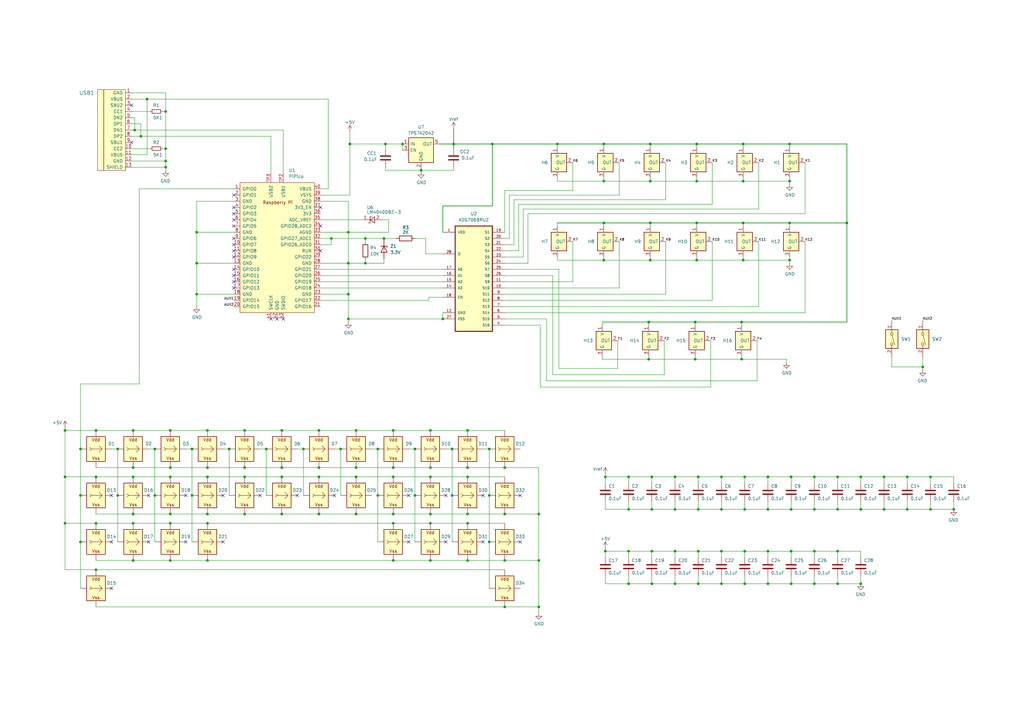
<source format=kicad_sch>
(kicad_sch (version 20250114) (generator "eeschema") (generator_version "9.0")
  (paper "A3")
  (junction (at 334.01 226.06))
  (junction (at 304.8 59.055))
  (junction (at 69.85 229.87))
  (junction (at 100.33 191.77))
  (junction (at 176.53 214.63))
  (junction (at 304.8 106.68))
  (junction (at 149.86 107.95))
  (junction (at 191.77 195.58))
  (junction (at 266.065 132.08))
  (junction (at 161.29 176.53))
  (junction (at 57.785 55.88))
  (junction (at 266.7 59.055))
  (junction (at 176.53 191.77))
  (junction (at 304.165 147.32))
  (junction (at 85.09 191.77))
  (junction (at 100.33 195.58))
  (junction (at 149.86 97.79))
  (junction (at 362.585 208.915))
  (junction (at 353.06 239.395))
  (junction (at 323.85 91.44))
  (junction (at 142.875 120.65))
  (junction (at 267.335 195.58))
  (junction (at 191.77 229.87))
  (junction (at 305.435 208.915))
  (junction (at 220.98 210.82))
  (junction (at 191.77 210.82))
  (junction (at 247.65 59.055))
  (junction (at 39.37 214.63))
  (junction (at 80.645 107.95))
  (junction (at 54.61 210.82))
  (junction (at 170.18 184.15))
  (junction (at 69.85 195.58))
  (junction (at 176.53 195.58))
  (junction (at 267.335 208.915))
  (junction (at 54.61 229.87))
  (junction (at 130.81 195.58))
  (junction (at 143.51 59.055))
  (junction (at 295.91 208.915))
  (junction (at 80.645 95.25))
  (junction (at 130.81 176.53))
  (junction (at 135.89 97.79))
  (junction (at 285.115 147.32))
  (junction (at 304.165 132.08))
  (junction (at 191.77 214.63))
  (junction (at 353.06 208.915))
  (junction (at 323.85 74.295))
  (junction (at 115.57 191.77))
  (junction (at 63.5 184.15))
  (junction (at 324.485 195.58))
  (junction (at 314.96 226.06))
  (junction (at 80.645 120.65))
  (junction (at 343.535 226.06))
  (junction (at 85.09 214.63))
  (junction (at 63.5 203.2))
  (junction (at 100.33 176.53))
  (junction (at 295.91 226.06))
  (junction (at 33.02 184.15))
  (junction (at 323.85 59.055))
  (junction (at 69.85 214.63))
  (junction (at 267.335 226.06))
  (junction (at 285.115 132.08))
  (junction (at 343.535 239.395))
  (junction (at 154.94 203.2))
  (junction (at 185.42 203.2))
  (junction (at 146.05 195.58))
  (junction (at 305.435 195.58))
  (junction (at 200.66 222.25))
  (junction (at 334.01 208.915))
  (junction (at 85.09 229.87))
  (junction (at 165.1 59.055))
  (junction (at 257.81 195.58))
  (junction (at 286.385 226.06))
  (junction (at 60.325 40.64))
  (junction (at 69.85 191.77))
  (junction (at 286.385 208.915))
  (junction (at 220.98 248.92))
  (junction (at 324.485 239.395))
  (junction (at 305.435 226.06))
  (junction (at 247.65 106.68))
  (junction (at 186.055 59.055))
  (junction (at 67.945 66.04))
  (junction (at 247.65 74.295))
  (junction (at 48.26 203.2))
  (junction (at 200.66 184.15))
  (junction (at 378.46 150.495))
  (junction (at 362.585 195.58))
  (junction (at 176.53 176.53))
  (junction (at 285.75 106.68))
  (junction (at 285.75 74.295))
  (junction (at 372.11 195.58))
  (junction (at 115.57 176.53))
  (junction (at 48.26 184.15))
  (junction (at 191.77 191.77))
  (junction (at 257.81 208.915))
  (junction (at 304.8 91.44))
  (junction (at 266.7 106.68))
  (junction (at 67.945 68.58))
  (junction (at 176.53 210.82))
  (junction (at 314.96 195.58))
  (junction (at 286.385 195.58))
  (junction (at 39.37 195.58))
  (junction (at 276.86 239.395))
  (junction (at 85.09 195.58))
  (junction (at 146.05 176.53))
  (junction (at 257.81 239.395))
  (junction (at 130.81 210.82))
  (junction (at 158.115 59.055))
  (junction (at 391.16 208.915))
  (junction (at 26.67 176.53))
  (junction (at 161.29 214.63))
  (junction (at 109.22 184.15))
  (junction (at 139.7 184.15))
  (junction (at 200.66 203.2))
  (junction (at 347.345 91.44))
  (junction (at 33.02 203.2))
  (junction (at 207.01 229.87))
  (junction (at 78.74 203.2))
  (junction (at 248.285 195.58))
  (junction (at 314.96 239.395))
  (junction (at 276.86 195.58))
  (junction (at 170.18 203.2))
  (junction (at 157.48 97.79))
  (junction (at 220.98 229.87))
  (junction (at 228.6 59.055))
  (junction (at 257.81 226.06))
  (junction (at 176.53 229.87))
  (junction (at 267.335 239.395))
  (junction (at 33.02 222.25))
  (junction (at 266.7 91.44))
  (junction (at 285.75 91.44))
  (junction (at 372.11 208.915))
  (junction (at 161.29 210.82))
  (junction (at 67.945 60.96))
  (junction (at 85.09 210.82))
  (junction (at 67.945 45.72))
  (junction (at 334.01 195.58))
  (junction (at 69.85 210.82))
  (junction (at 334.01 239.395))
  (junction (at 154.94 184.15))
  (junction (at 201.93 59.055))
  (junction (at 130.81 191.77))
  (junction (at 276.86 208.915))
  (junction (at 381.635 208.915))
  (junction (at 54.61 176.53))
  (junction (at 324.485 208.915))
  (junction (at 146.05 210.82))
  (junction (at 26.67 214.63))
  (junction (at 314.96 208.915))
  (junction (at 161.29 195.58))
  (junction (at 54.61 195.58))
  (junction (at 142.875 130.81))
  (junction (at 286.385 239.395))
  (junction (at 85.09 176.53))
  (junction (at 323.85 106.68))
  (junction (at 353.06 195.58))
  (junction (at 304.8 74.295))
  (junction (at 78.74 184.15))
  (junction (at 295.91 195.58))
  (junction (at 124.46 184.15))
  (junction (at 295.91 239.395))
  (junction (at 285.75 59.055))
  (junction (at 185.42 184.15))
  (junction (at 69.85 176.53))
  (junction (at 247.65 91.44))
  (junction (at 207.01 248.92))
  (junction (at 305.435 239.395))
  (junction (at 100.33 210.82))
  (junction (at 266.065 147.32))
  (junction (at 343.535 208.915))
  (junction (at 343.535 195.58))
  (junction (at 161.29 229.87))
  (junction (at 93.98 184.15))
  (junction (at 324.485 226.06))
  (junction (at 39.37 176.53))
  (junction (at 142.875 95.25))
  (junction (at 276.86 226.06))
  (junction (at 142.875 107.95))
  (junction (at 191.77 176.53))
  (junction (at 266.7 74.295))
  (junction (at 54.61 191.77))
  (junction (at 54.61 214.63))
  (junction (at 381.635 195.58))
  (junction (at 172.72 69.85))
  (junction (at 39.37 233.68))
  (junction (at 207.01 191.77))
  (junction (at 115.57 210.82))
  (junction (at 26.67 195.58))
  (junction (at 55.245 53.34))
  (junction (at 248.285 226.06))
  (junction (at 161.29 191.77))
  (junction (at 207.01 210.82))
  (junction (at 146.05 191.77))
  (junction (at 115.57 195.58))
  (junction (at 181.61 130.81))
  (no_connect (at 91.44 203.2))
  (no_connect (at 182.88 203.2))
  (no_connect (at 76.2 203.2))
  (no_connect (at 113.665 130.81))
  (no_connect (at 91.44 222.25))
  (no_connect (at 213.36 203.2))
  (no_connect (at 121.92 203.2))
  (no_connect (at 182.88 222.25))
  (no_connect (at 137.16 203.2))
  (no_connect (at 60.96 222.25))
  (no_connect (at 95.885 110.49))
  (no_connect (at 95.885 100.33))
  (no_connect (at 53.975 43.18))
  (no_connect (at 53.975 58.42))
  (no_connect (at 131.445 102.87))
  (no_connect (at 131.445 85.09))
  (no_connect (at 167.64 222.25))
  (no_connect (at 111.125 130.81))
  (no_connect (at 131.445 92.71))
  (no_connect (at 198.12 203.2))
  (no_connect (at 95.885 87.63))
  (no_connect (at 45.72 203.2))
  (no_connect (at 95.885 92.71))
  (no_connect (at 95.885 102.87))
  (no_connect (at 95.885 118.11))
  (no_connect (at 95.885 115.57))
  (no_connect (at 95.885 97.79))
  (no_connect (at 95.885 105.41))
  (no_connect (at 213.36 222.25))
  (no_connect (at 95.885 85.09))
  (no_connect (at 45.72 241.3))
  (no_connect (at 45.72 222.25))
  (no_connect (at 198.12 222.25))
  (no_connect (at 167.64 203.2))
  (no_connect (at 76.2 222.25))
  (no_connect (at 95.885 113.03))
  (no_connect (at 60.96 203.2))
  (no_connect (at 106.68 203.2))
  (no_connect (at 116.205 130.81))
  (no_connect (at 95.885 80.01))
  (no_connect (at 95.885 90.17))
  (wire (pts (xy 143.51 59.055) (xy 158.115 59.055)))
  (wire (pts (xy 63.5 184.15) (xy 63.5 203.2)))
  (wire (pts (xy 131.445 123.19) (xy 175.895 123.19)))
  (wire (pts (xy 181.61 130.81) (xy 142.875 130.81)))
  (wire (pts (xy 85.09 210.82) (xy 100.33 210.82)))
  (wire (pts (xy 304.8 74.295) (xy 323.85 74.295)))
  (wire (pts (xy 304.165 132.08) (xy 285.115 132.08)) (stroke (width 0.254)))
  (wire (pts (xy 67.945 38.1) (xy 67.945 45.72)))
  (wire (pts (xy 347.345 91.44) (xy 323.85 91.44)) (stroke (width 0.254)))
  (wire (pts (xy 39.37 214.63) (xy 54.61 214.63)))
  (wire (pts (xy 253.365 151.13) (xy 253.365 139.7)))
  (wire (pts (xy 80.645 82.55) (xy 80.645 95.25)))
  (wire (pts (xy 285.75 74.295) (xy 304.8 74.295)))
  (wire (pts (xy 220.98 248.92) (xy 220.98 251.46)))
  (wire (pts (xy 180.34 59.055) (xy 186.055 59.055)) (stroke (width 0.254)))
  (wire (pts (xy 39.37 229.87) (xy 54.61 229.87)))
  (wire (pts (xy 248.285 195.58) (xy 257.81 195.58)))
  (wire (pts (xy 362.585 195.58) (xy 372.11 195.58)))
  (wire (pts (xy 172.72 69.85) (xy 172.72 69.215)))
  (wire (pts (xy 157.48 106.045) (xy 157.48 107.95)))
  (wire (pts (xy 131.445 90.17) (xy 148.59 90.17)))
  (wire (pts (xy 334.01 226.06) (xy 334.01 228.6)))
  (wire (pts (xy 174.625 97.79) (xy 170.18 97.79)))
  (wire (pts (xy 146.05 176.53) (xy 161.29 176.53)))
  (wire (pts (xy 365.76 150.495) (xy 378.46 150.495)))
  (wire (pts (xy 131.445 120.65) (xy 142.875 120.65)))
  (wire (pts (xy 314.96 226.06) (xy 324.485 226.06)))
  (wire (pts (xy 131.445 118.11) (xy 181.61 118.11)))
  (wire (pts (xy 257.81 226.06) (xy 257.81 228.6)))
  (wire (pts (xy 311.15 85.725) (xy 311.15 66.675)))
  (wire (pts (xy 165.1 59.055) (xy 165.1 61.595)))
  (wire (pts (xy 273.05 99.06) (xy 273.05 120.65)))
  (wire (pts (xy 314.96 239.395) (xy 324.485 239.395)))
  (wire (pts (xy 254 99.06) (xy 254 118.11)))
  (wire (pts (xy 295.91 226.06) (xy 295.91 228.6)))
  (wire (pts (xy 53.975 53.34) (xy 55.245 53.34)))
  (wire (pts (xy 248.285 208.915) (xy 257.81 208.915)))
  (wire (pts (xy 267.335 226.06) (xy 267.335 228.6)))
  (wire (pts (xy 131.445 97.79) (xy 135.89 97.79)))
  (wire (pts (xy 343.535 226.06) (xy 343.535 228.6)))
  (wire (pts (xy 139.7 184.15) (xy 139.7 203.2)))
  (wire (pts (xy 60.325 63.5) (xy 60.325 40.64)))
  (wire (pts (xy 191.77 229.87) (xy 207.01 229.87)))
  (wire (pts (xy 304.165 133.35) (xy 304.165 132.08)))
  (wire (pts (xy 158.115 69.85) (xy 172.72 69.85)))
  (wire (pts (xy 305.435 236.22) (xy 305.435 239.395)))
  (wire (pts (xy 80.645 107.95) (xy 95.885 107.95)))
  (wire (pts (xy 267.335 239.395) (xy 276.86 239.395)))
  (wire (pts (xy 54.61 214.63) (xy 69.85 214.63)))
  (wire (pts (xy 54.61 176.53) (xy 69.85 176.53)))
  (wire (pts (xy 207.01 248.92) (xy 220.98 248.92)))
  (wire (pts (xy 142.875 82.55) (xy 142.875 95.25)))
  (wire (pts (xy 207.01 105.41) (xy 214.63 105.41)))
  (wire (pts (xy 285.115 132.08) (xy 266.065 132.08)) (stroke (width 0.254)))
  (wire (pts (xy 273.05 81.915) (xy 273.05 66.675)))
  (wire (pts (xy 33.02 157.48) (xy 33.02 184.15)))
  (wire (pts (xy 142.875 132.08) (xy 142.875 130.81)))
  (wire (pts (xy 33.02 222.25) (xy 33.02 241.3)))
  (wire (pts (xy 200.66 184.15) (xy 200.66 203.2)))
  (wire (pts (xy 207.01 191.77) (xy 220.98 191.77)))
  (wire (pts (xy 330.2 99.06) (xy 330.2 128.27)))
  (wire (pts (xy 220.98 191.77) (xy 220.98 210.82)))
  (wire (pts (xy 226.695 113.03) (xy 226.695 153.67)))
  (wire (pts (xy 276.86 195.58) (xy 276.86 198.12)))
  (wire (pts (xy 248.285 236.22) (xy 248.285 239.395)))
  (wire (pts (xy 131.445 113.03) (xy 181.61 113.03)))
  (wire (pts (xy 100.33 195.58) (xy 115.57 195.58)))
  (wire (pts (xy 378.46 150.495) (xy 378.46 146.685)))
  (wire (pts (xy 323.85 75.565) (xy 323.85 74.295)))
  (wire (pts (xy 266.7 60.325) (xy 266.7 59.055)))
  (wire (pts (xy 295.91 236.22) (xy 295.91 239.395)))
  (wire (pts (xy 131.445 77.47) (xy 134.62 77.47)))
  (wire (pts (xy 33.02 203.2) (xy 33.02 222.25)))
  (wire (pts (xy 314.96 205.74) (xy 314.96 208.915)))
  (wire (pts (xy 167.64 184.15) (xy 170.18 184.15)))
  (wire (pts (xy 343.535 208.915) (xy 353.06 208.915)))
  (wire (pts (xy 100.33 176.53) (xy 115.57 176.53)))
  (wire (pts (xy 381.635 195.58) (xy 391.16 195.58)))
  (wire (pts (xy 109.22 184.15) (xy 109.22 203.2)))
  (wire (pts (xy 146.05 191.77) (xy 161.29 191.77)))
  (wire (pts (xy 285.75 106.68) (xy 285.75 105.41)))
  (wire (pts (xy 286.385 226.06) (xy 286.385 228.6)))
  (wire (pts (xy 362.585 195.58) (xy 362.585 198.12)))
  (wire (pts (xy 220.98 229.87) (xy 220.98 248.92)))
  (wire (pts (xy 304.165 147.32) (xy 304.165 146.05)))
  (wire (pts (xy 207.01 97.79) (xy 208.915 97.79)))
  (wire (pts (xy 304.8 60.325) (xy 304.8 59.055)))
  (wire (pts (xy 314.96 236.22) (xy 314.96 239.395)))
  (wire (pts (xy 324.485 208.915) (xy 334.01 208.915)))
  (wire (pts (xy 80.645 120.65) (xy 95.885 120.65)))
  (wire (pts (xy 146.05 195.58) (xy 161.29 195.58)))
  (wire (pts (xy 149.86 106.68) (xy 149.86 107.95)))
  (wire (pts (xy 54.61 229.87) (xy 69.85 229.87)))
  (wire (pts (xy 286.385 236.22) (xy 286.385 239.395)))
  (wire (pts (xy 207.01 118.11) (xy 254 118.11)))
  (wire (pts (xy 267.335 195.58) (xy 276.86 195.58)))
  (wire (pts (xy 39.37 233.68) (xy 207.01 233.68)))
  (wire (pts (xy 111.125 55.88) (xy 57.785 55.88)))
  (wire (pts (xy 152.4 184.15) (xy 154.94 184.15)))
  (wire (pts (xy 276.86 208.915) (xy 286.385 208.915)))
  (wire (pts (xy 85.09 229.87) (xy 161.29 229.87)))
  (wire (pts (xy 267.335 236.22) (xy 267.335 239.395)))
  (wire (pts (xy 212.725 102.87) (xy 212.725 83.82)))
  (wire (pts (xy 305.435 226.06) (xy 305.435 228.6)))
  (wire (pts (xy 330.2 87.63) (xy 216.535 87.63)))
  (wire (pts (xy 100.33 191.77) (xy 115.57 191.77)))
  (wire (pts (xy 343.535 239.395) (xy 353.06 239.395)))
  (wire (pts (xy 324.485 239.395) (xy 334.01 239.395)))
  (wire (pts (xy 286.385 195.58) (xy 286.385 198.12)))
  (wire (pts (xy 115.57 210.82) (xy 130.81 210.82)))
  (wire (pts (xy 158.115 59.055) (xy 165.1 59.055)))
  (wire (pts (xy 295.91 195.58) (xy 295.91 198.12)))
  (wire (pts (xy 91.44 184.15) (xy 93.98 184.15)))
  (wire (pts (xy 221.615 133.35) (xy 221.615 158.75)))
  (wire (pts (xy 323.85 60.325) (xy 323.85 59.055)))
  (wire (pts (xy 135.89 97.79) (xy 149.86 97.79)))
  (wire (pts (xy 295.91 208.915) (xy 305.435 208.915)))
  (wire (pts (xy 185.42 184.15) (xy 185.42 203.2)))
  (wire (pts (xy 159.385 95.25) (xy 142.875 95.25)))
  (wire (pts (xy 201.93 84.455) (xy 181.61 84.455)) (stroke (width 0.254)))
  (wire (pts (xy 191.77 195.58) (xy 207.01 195.58)))
  (wire (pts (xy 353.06 208.915) (xy 362.585 208.915)))
  (wire (pts (xy 286.385 239.395) (xy 295.91 239.395)))
  (wire (pts (xy 207.01 115.57) (xy 234.95 115.57)))
  (wire (pts (xy 224.155 130.81) (xy 224.155 156.21)))
  (wire (pts (xy 80.645 95.25) (xy 80.645 107.95)))
  (wire (pts (xy 324.485 226.06) (xy 324.485 228.6)))
  (wire (pts (xy 311.15 99.06) (xy 311.15 125.73)))
  (wire (pts (xy 135.89 97.79) (xy 135.89 100.33)))
  (wire (pts (xy 191.77 176.53) (xy 207.01 176.53)))
  (wire (pts (xy 142.875 120.65) (xy 142.875 130.81)))
  (wire (pts (xy 234.95 99.06) (xy 234.95 115.57)))
  (wire (pts (xy 285.115 133.35) (xy 285.115 132.08)))
  (wire (pts (xy 248.285 194.31) (xy 248.285 195.58)))
  (wire (pts (xy 181.61 128.27) (xy 181.61 130.81)))
  (wire (pts (xy 314.96 195.58) (xy 324.485 195.58)))
  (wire (pts (xy 365.76 150.495) (xy 365.76 146.685)))
  (wire (pts (xy 143.51 59.055) (xy 143.51 53.975)))
  (wire (pts (xy 324.485 195.58) (xy 334.01 195.58)))
  (wire (pts (xy 343.535 236.22) (xy 343.535 239.395)))
  (wire (pts (xy 248.285 226.06) (xy 248.285 228.6)))
  (wire (pts (xy 131.445 110.49) (xy 181.61 110.49)))
  (wire (pts (xy 115.57 176.53) (xy 130.81 176.53)))
  (wire (pts (xy 295.91 195.58) (xy 305.435 195.58)))
  (wire (pts (xy 121.92 184.15) (xy 124.46 184.15)))
  (wire (pts (xy 304.8 74.295) (xy 304.8 73.025)))
  (wire (pts (xy 39.37 248.92) (xy 207.01 248.92)))
  (wire (pts (xy 116.205 71.12) (xy 116.205 53.34)))
  (wire (pts (xy 146.05 210.82) (xy 161.29 210.82)))
  (wire (pts (xy 69.85 176.53) (xy 85.09 176.53)))
  (wire (pts (xy 304.8 106.68) (xy 323.85 106.68)))
  (wire (pts (xy 323.85 107.95) (xy 323.85 106.68)))
  (wire (pts (xy 55.245 48.26) (xy 55.245 53.34)))
  (wire (pts (xy 131.445 95.25) (xy 142.875 95.25)))
  (wire (pts (xy 186.055 69.85) (xy 172.72 69.85)))
  (wire (pts (xy 161.29 210.82) (xy 176.53 210.82)))
  (wire (pts (xy 214.63 85.725) (xy 311.15 85.725)))
  (wire (pts (xy 130.81 191.77) (xy 146.05 191.77)))
  (wire (pts (xy 257.81 236.22) (xy 257.81 239.395)))
  (wire (pts (xy 266.065 147.32) (xy 266.065 146.05)))
  (wire (pts (xy 116.205 53.34) (xy 55.245 53.34)))
  (wire (pts (xy 248.285 239.395) (xy 257.81 239.395)))
  (wire (pts (xy 285.115 147.32) (xy 304.165 147.32)))
  (wire (pts (xy 323.85 92.71) (xy 323.85 91.44)))
  (wire (pts (xy 353.06 205.74) (xy 353.06 208.915)))
  (wire (pts (xy 324.485 236.22) (xy 324.485 239.395)))
  (wire (pts (xy 33.02 184.15) (xy 33.02 203.2)))
  (wire (pts (xy 85.09 214.63) (xy 161.29 214.63)))
  (wire (pts (xy 257.81 205.74) (xy 257.81 208.915)))
  (wire (pts (xy 214.63 105.41) (xy 214.63 85.725)))
  (wire (pts (xy 26.67 176.53) (xy 39.37 176.53)))
  (wire (pts (xy 69.85 210.82) (xy 85.09 210.82)))
  (wire (pts (xy 174.625 104.14) (xy 181.61 104.14)))
  (wire (pts (xy 292.1 123.19) (xy 207.01 123.19)))
  (wire (pts (xy 135.89 100.33) (xy 131.445 100.33)))
  (wire (pts (xy 149.86 99.06) (xy 149.86 97.79)))
  (wire (pts (xy 154.94 184.15) (xy 154.94 203.2)))
  (wire (pts (xy 228.6 74.295) (xy 228.6 73.025)))
  (wire (pts (xy 26.67 176.53) (xy 26.67 195.58)))
  (wire (pts (xy 39.37 195.58) (xy 54.61 195.58)))
  (wire (pts (xy 228.6 106.68) (xy 228.6 105.41)))
  (wire (pts (xy 286.385 195.58) (xy 295.91 195.58)))
  (wire (pts (xy 216.535 87.63) (xy 216.535 107.95)))
  (wire (pts (xy 292.1 83.82) (xy 292.1 66.675)))
  (wire (pts (xy 159.385 90.17) (xy 159.385 95.25)))
  (wire (pts (xy 362.585 208.915) (xy 372.11 208.915)))
  (wire (pts (xy 324.485 226.06) (xy 334.01 226.06)))
  (wire (pts (xy 305.435 195.58) (xy 314.96 195.58)))
  (wire (pts (xy 247.65 74.295) (xy 247.65 73.025)))
  (wire (pts (xy 257.81 195.58) (xy 267.335 195.58)))
  (wire (pts (xy 78.74 203.2) (xy 78.74 222.25)))
  (wire (pts (xy 266.7 59.055) (xy 247.65 59.055)) (stroke (width 0.254)))
  (wire (pts (xy 53.975 66.04) (xy 67.945 66.04)))
  (wire (pts (xy 323.85 59.055) (xy 347.345 59.055)) (stroke (width 0.254)))
  (wire (pts (xy 378.46 151.765) (xy 378.46 150.495)))
  (wire (pts (xy 57.785 50.8) (xy 57.785 55.88)))
  (wire (pts (xy 334.01 208.915) (xy 343.535 208.915)))
  (wire (pts (xy 54.61 191.77) (xy 69.85 191.77)))
  (wire (pts (xy 78.74 184.15) (xy 78.74 203.2)))
  (wire (pts (xy 157.48 97.79) (xy 157.48 98.425)))
  (wire (pts (xy 276.86 205.74) (xy 276.86 208.915)))
  (wire (pts (xy 137.16 184.15) (xy 139.7 184.15)))
  (wire (pts (xy 39.37 210.82) (xy 54.61 210.82)))
  (wire (pts (xy 207.01 110.49) (xy 229.235 110.49)))
  (wire (pts (xy 248.285 195.58) (xy 248.285 198.12)))
  (wire (pts (xy 69.85 214.63) (xy 85.09 214.63)))
  (wire (pts (xy 216.535 107.95) (xy 207.01 107.95)))
  (wire (pts (xy 181.61 95.25) (xy 181.61 84.455)) (stroke (width 0.254)))
  (wire (pts (xy 159.385 90.17) (xy 156.21 90.17)))
  (wire (pts (xy 295.91 226.06) (xy 305.435 226.06)))
  (wire (pts (xy 161.29 195.58) (xy 176.53 195.58)))
  (wire (pts (xy 267.335 226.06) (xy 276.86 226.06)))
  (wire (pts (xy 186.055 59.055) (xy 201.93 59.055)) (stroke (width 0.254)))
  (wire (pts (xy 347.345 132.08) (xy 304.165 132.08)) (stroke (width 0.254)))
  (wire (pts (xy 111.125 71.12) (xy 111.125 55.88)))
  (wire (pts (xy 207.01 133.35) (xy 221.615 133.35)))
  (wire (pts (xy 207.01 125.73) (xy 311.15 125.73)))
  (wire (pts (xy 314.96 226.06) (xy 314.96 228.6)))
  (wire (pts (xy 172.72 70.485) (xy 172.72 69.85)))
  (wire (pts (xy 305.435 195.58) (xy 305.435 198.12)))
  (wire (pts (xy 69.85 195.58) (xy 85.09 195.58)))
  (wire (pts (xy 130.81 176.53) (xy 146.05 176.53)))
  (wire (pts (xy 45.72 184.15) (xy 48.26 184.15)))
  (wire (pts (xy 323.85 91.44) (xy 304.8 91.44)) (stroke (width 0.254)))
  (wire (pts (xy 334.01 195.58) (xy 334.01 198.12)))
  (wire (pts (xy 295.91 239.395) (xy 305.435 239.395)))
  (wire (pts (xy 276.86 195.58) (xy 286.385 195.58)))
  (wire (pts (xy 285.75 59.055) (xy 266.7 59.055)) (stroke (width 0.254)))
  (wire (pts (xy 170.18 184.15) (xy 170.18 203.2)))
  (wire (pts (xy 176.53 210.82) (xy 191.77 210.82)))
  (wire (pts (xy 266.7 106.68) (xy 285.75 106.68)))
  (wire (pts (xy 176.53 214.63) (xy 191.77 214.63)))
  (wire (pts (xy 286.385 205.74) (xy 286.385 208.915)))
  (wire (pts (xy 191.77 214.63) (xy 207.01 214.63)))
  (wire (pts (xy 53.975 63.5) (xy 60.325 63.5)))
  (wire (pts (xy 248.285 224.79) (xy 248.285 226.06)))
  (wire (pts (xy 115.57 195.58) (xy 130.81 195.58)))
  (wire (pts (xy 343.535 195.58) (xy 343.535 198.12)))
  (wire (pts (xy 60.325 40.64) (xy 134.62 40.64)))
  (wire (pts (xy 391.16 195.58) (xy 391.16 198.12)))
  (wire (pts (xy 154.94 203.2) (xy 154.94 222.25)))
  (wire (pts (xy 53.975 55.88) (xy 57.785 55.88)))
  (wire (pts (xy 26.67 233.68) (xy 26.67 214.63)))
  (wire (pts (xy 48.26 203.2) (xy 48.26 222.25)))
  (wire (pts (xy 276.86 239.395) (xy 286.385 239.395)))
  (wire (pts (xy 182.88 184.15) (xy 185.42 184.15)))
  (wire (pts (xy 85.09 191.77) (xy 100.33 191.77)))
  (wire (pts (xy 200.66 203.2) (xy 200.66 222.25)))
  (wire (pts (xy 353.06 195.58) (xy 353.06 198.12)))
  (wire (pts (xy 186.055 52.705) (xy 186.055 59.055)) (stroke (width 0.254)))
  (wire (pts (xy 161.29 176.53) (xy 176.53 176.53)))
  (wire (pts (xy 285.115 147.32) (xy 285.115 146.05)))
  (wire (pts (xy 334.01 205.74) (xy 334.01 208.915)))
  (wire (pts (xy 372.11 208.915) (xy 381.635 208.915)))
  (wire (pts (xy 85.09 195.58) (xy 100.33 195.58)))
  (wire (pts (xy 53.975 60.96) (xy 61.595 60.96)))
  (wire (pts (xy 381.635 205.74) (xy 381.635 208.915)))
  (wire (pts (xy 304.8 106.68) (xy 304.8 105.41)))
  (wire (pts (xy 48.26 184.15) (xy 48.26 203.2)))
  (wire (pts (xy 324.485 205.74) (xy 324.485 208.915)))
  (wire (pts (xy 124.46 184.15) (xy 124.46 203.2)))
  (wire (pts (xy 247.65 106.68) (xy 247.65 105.41)))
  (wire (pts (xy 334.01 226.06) (xy 343.535 226.06)))
  (wire (pts (xy 80.645 107.95) (xy 80.645 120.65)))
  (wire (pts (xy 257.81 239.395) (xy 267.335 239.395)))
  (wire (pts (xy 207.01 113.03) (xy 226.695 113.03)))
  (wire (pts (xy 247.015 147.32) (xy 247.015 146.05)))
  (wire (pts (xy 53.975 45.72) (xy 61.595 45.72)))
  (wire (pts (xy 285.75 91.44) (xy 266.7 91.44)) (stroke (width 0.254)))
  (wire (pts (xy 330.2 66.675) (xy 330.2 87.63)))
  (wire (pts (xy 69.85 191.77) (xy 85.09 191.77)))
  (wire (pts (xy 221.615 158.75) (xy 291.465 158.75)))
  (wire (pts (xy 201.93 59.055) (xy 201.93 84.455)) (stroke (width 0.254)))
  (wire (pts (xy 185.42 203.2) (xy 185.42 222.25)))
  (wire (pts (xy 353.06 195.58) (xy 362.585 195.58)))
  (wire (pts (xy 276.86 226.06) (xy 286.385 226.06)))
  (wire (pts (xy 130.81 195.58) (xy 146.05 195.58)))
  (wire (pts (xy 247.65 60.325) (xy 247.65 59.055)))
  (wire (pts (xy 372.11 205.74) (xy 372.11 208.915)))
  (wire (pts (xy 295.91 205.74) (xy 295.91 208.915)))
  (wire (pts (xy 228.6 60.325) (xy 228.6 59.055)))
  (wire (pts (xy 67.945 68.58) (xy 67.945 69.85)))
  (wire (pts (xy 207.01 128.27) (xy 330.2 128.27)))
  (wire (pts (xy 305.435 226.06) (xy 314.96 226.06)))
  (wire (pts (xy 314.96 208.915) (xy 324.485 208.915)))
  (wire (pts (xy 304.8 91.44) (xy 285.75 91.44)) (stroke (width 0.254)))
  (wire (pts (xy 67.945 60.96) (xy 66.675 60.96)))
  (wire (pts (xy 142.875 95.25) (xy 142.875 107.95)))
  (wire (pts (xy 266.7 106.68) (xy 266.7 105.41)))
  (wire (pts (xy 343.535 195.58) (xy 353.06 195.58)))
  (wire (pts (xy 80.645 95.25) (xy 95.885 95.25)))
  (wire (pts (xy 353.06 226.06) (xy 353.06 228.6)))
  (wire (pts (xy 334.01 239.395) (xy 343.535 239.395)))
  (wire (pts (xy 229.235 110.49) (xy 229.235 151.13)))
  (wire (pts (xy 305.435 208.915) (xy 314.96 208.915)))
  (wire (pts (xy 220.98 210.82) (xy 220.98 229.87)))
  (wire (pts (xy 207.01 95.25) (xy 207.01 78.105)))
  (wire (pts (xy 53.975 38.1) (xy 67.945 38.1)))
  (wire (pts (xy 53.975 40.64) (xy 60.325 40.64)))
  (wire (pts (xy 207.01 210.82) (xy 220.98 210.82)))
  (wire (pts (xy 176.53 229.87) (xy 191.77 229.87)))
  (wire (pts (xy 76.2 184.15) (xy 78.74 184.15)))
  (wire (pts (xy 292.1 99.06) (xy 292.1 123.19)))
  (wire (pts (xy 176.53 191.77) (xy 191.77 191.77)))
  (wire (pts (xy 131.445 82.55) (xy 142.875 82.55)))
  (wire (pts (xy 391.16 208.915) (xy 391.16 205.74)))
  (wire (pts (xy 69.85 229.87) (xy 85.09 229.87)))
  (wire (pts (xy 304.165 147.32) (xy 322.58 147.32)))
  (wire (pts (xy 200.66 222.25) (xy 200.66 241.3)))
  (wire (pts (xy 267.335 208.915) (xy 276.86 208.915)))
  (wire (pts (xy 54.61 195.58) (xy 69.85 195.58)))
  (wire (pts (xy 26.67 195.58) (xy 26.67 214.63)))
  (wire (pts (xy 276.86 226.06) (xy 276.86 228.6)))
  (wire (pts (xy 95.885 82.55) (xy 80.645 82.55)))
  (wire (pts (xy 106.68 184.15) (xy 109.22 184.15)))
  (wire (pts (xy 26.67 214.63) (xy 39.37 214.63)))
  (wire (pts (xy 142.875 107.95) (xy 142.875 120.65)))
  (wire (pts (xy 324.485 195.58) (xy 324.485 198.12)))
  (wire (pts (xy 228.6 74.295) (xy 247.65 74.295)))
  (wire (pts (xy 305.435 239.395) (xy 314.96 239.395)))
  (wire (pts (xy 347.345 59.055) (xy 347.345 91.44)) (stroke (width 0.254)))
  (wire (pts (xy 186.055 59.055) (xy 186.055 60.96)) (stroke (width 0.254)))
  (wire (pts (xy 143.51 80.01) (xy 143.51 59.055)))
  (wire (pts (xy 285.75 60.325) (xy 285.75 59.055)))
  (wire (pts (xy 248.285 226.06) (xy 257.81 226.06)))
  (wire (pts (xy 174.625 104.14) (xy 174.625 97.79)))
  (wire (pts (xy 285.75 74.295) (xy 285.75 73.025)))
  (wire (pts (xy 266.065 132.08) (xy 247.015 132.08)) (stroke (width 0.254)))
  (wire (pts (xy 93.98 184.15) (xy 93.98 203.2)))
  (wire (pts (xy 149.86 97.79) (xy 157.48 97.79)))
  (wire (pts (xy 224.155 156.21) (xy 310.515 156.21)))
  (wire (pts (xy 286.385 208.915) (xy 295.91 208.915)))
  (wire (pts (xy 131.445 107.95) (xy 142.875 107.95)))
  (wire (pts (xy 191.77 191.77) (xy 207.01 191.77)))
  (wire (pts (xy 304.8 59.055) (xy 285.75 59.055)) (stroke (width 0.254)))
  (wire (pts (xy 67.945 45.72) (xy 67.945 60.96)))
  (wire (pts (xy 272.415 153.67) (xy 226.695 153.67)))
  (wire (pts (xy 266.7 92.71) (xy 266.7 91.44)))
  (wire (pts (xy 310.515 156.21) (xy 310.515 139.7)))
  (wire (pts (xy 207.01 130.81) (xy 224.155 130.81)))
  (wire (pts (xy 229.235 151.13) (xy 253.365 151.13)))
  (wire (pts (xy 161.29 191.77) (xy 176.53 191.77)))
  (wire (pts (xy 266.7 74.295) (xy 266.7 73.025)))
  (wire (pts (xy 176.53 195.58) (xy 191.77 195.58)))
  (wire (pts (xy 266.065 133.35) (xy 266.065 132.08)))
  (wire (pts (xy 362.585 205.74) (xy 362.585 208.915)))
  (wire (pts (xy 353.06 236.22) (xy 353.06 239.395)))
  (wire (pts (xy 67.945 66.04) (xy 67.945 68.58)))
  (wire (pts (xy 157.48 97.79) (xy 162.56 97.79)))
  (wire (pts (xy 158.115 60.96) (xy 158.115 59.055)))
  (wire (pts (xy 323.85 106.68) (xy 323.85 105.41)))
  (wire (pts (xy 343.535 226.06) (xy 353.06 226.06)))
  (wire (pts (xy 26.67 195.58) (xy 39.37 195.58)))
  (wire (pts (xy 208.915 97.79) (xy 208.915 80.01)))
  (wire (pts (xy 176.53 176.53) (xy 191.77 176.53)))
  (wire (pts (xy 207.01 100.33) (xy 210.82 100.33)))
  (wire (pts (xy 247.015 147.32) (xy 266.065 147.32)))
  (wire (pts (xy 343.535 205.74) (xy 343.535 208.915)))
  (wire (pts (xy 60.96 184.15) (xy 63.5 184.15)))
  (wire (pts (xy 234.95 78.105) (xy 234.95 66.675)))
  (wire (pts (xy 57.15 77.47) (xy 95.885 77.47)))
  (wire (pts (xy 305.435 205.74) (xy 305.435 208.915)))
  (wire (pts (xy 285.75 92.71) (xy 285.75 91.44)))
  (wire (pts (xy 248.285 205.74) (xy 248.285 208.915)))
  (wire (pts (xy 381.635 195.58) (xy 381.635 198.12)))
  (wire (pts (xy 131.445 115.57) (xy 181.61 115.57)))
  (wire (pts (xy 247.65 92.71) (xy 247.65 91.44)))
  (wire (pts (xy 254 80.01) (xy 254 66.675)))
  (wire (pts (xy 285.75 106.68) (xy 304.8 106.68)))
  (wire (pts (xy 247.65 91.44) (xy 228.6 91.44)) (stroke (width 0.254)))
  (wire (pts (xy 201.93 59.055) (xy 228.6 59.055)) (stroke (width 0.254)))
  (wire (pts (xy 372.11 195.58) (xy 372.11 198.12)))
  (wire (pts (xy 323.85 74.295) (xy 323.85 73.025)))
  (wire (pts (xy 115.57 191.77) (xy 130.81 191.77)))
  (wire (pts (xy 247.65 59.055) (xy 228.6 59.055)) (stroke (width 0.254)))
  (wire (pts (xy 266.065 147.32) (xy 285.115 147.32)))
  (wire (pts (xy 212.725 83.82) (xy 292.1 83.82)))
  (wire (pts (xy 304.8 92.71) (xy 304.8 91.44)))
  (wire (pts (xy 322.58 147.32) (xy 322.58 148.59)))
  (wire (pts (xy 257.81 208.915) (xy 267.335 208.915)))
  (wire (pts (xy 85.09 176.53) (xy 100.33 176.53)))
  (wire (pts (xy 54.61 210.82) (xy 69.85 210.82)))
  (wire (pts (xy 334.01 236.22) (xy 334.01 239.395)))
  (wire (pts (xy 53.975 68.58) (xy 67.945 68.58)))
  (wire (pts (xy 207.01 120.65) (xy 273.05 120.65)))
  (wire (pts (xy 207.01 102.87) (xy 212.725 102.87)))
  (wire (pts (xy 53.975 50.8) (xy 57.785 50.8)))
  (wire (pts (xy 266.7 91.44) (xy 247.65 91.44)) (stroke (width 0.254)))
  (wire (pts (xy 334.01 195.58) (xy 343.535 195.58)))
  (wire (pts (xy 67.945 60.96) (xy 67.945 66.04)))
  (wire (pts (xy 210.82 81.915) (xy 273.05 81.915)))
  (wire (pts (xy 157.48 107.95) (xy 149.86 107.95)))
  (wire (pts (xy 291.465 139.7) (xy 291.465 158.75)))
  (wire (pts (xy 266.7 74.295) (xy 285.75 74.295)))
  (wire (pts (xy 267.335 195.58) (xy 267.335 198.12)))
  (wire (pts (xy 322.58 149.86) (xy 322.58 151.13)))
  (wire (pts (xy 175.895 121.92) (xy 181.61 121.92)))
  (wire (pts (xy 314.96 195.58) (xy 314.96 198.12)))
  (wire (pts (xy 191.77 210.82) (xy 207.01 210.82)))
  (wire (pts (xy 347.345 91.44) (xy 347.345 132.08)) (stroke (width 0.254)))
  (wire (pts (xy 247.65 106.68) (xy 266.7 106.68)))
  (wire (pts (xy 161.29 229.87) (xy 176.53 229.87)))
  (wire (pts (xy 53.975 48.26) (xy 55.245 48.26)))
  (wire (pts (xy 208.915 80.01) (xy 254 80.01)))
  (wire (pts (xy 158.115 68.58) (xy 158.115 69.85)))
  (wire (pts (xy 276.86 236.22) (xy 276.86 239.395)))
  (wire (pts (xy 67.945 45.72) (xy 66.675 45.72)))
  (wire (pts (xy 57.15 157.48) (xy 33.02 157.48)))
  (wire (pts (xy 39.37 191.77) (xy 54.61 191.77)))
  (wire (pts (xy 247.015 133.35) (xy 247.015 132.08)))
  (wire (pts (xy 142.875 107.95) (xy 149.86 107.95)))
  (wire (pts (xy 247.65 74.295) (xy 266.7 74.295)))
  (wire (pts (xy 39.37 176.53) (xy 54.61 176.53)))
  (wire (pts (xy 210.82 100.33) (xy 210.82 81.915)))
  (wire (pts (xy 170.18 203.2) (xy 170.18 222.25)))
  (wire (pts (xy 228.6 106.68) (xy 247.65 106.68)))
  (wire (pts (xy 100.33 210.82) (xy 115.57 210.82)))
  (wire (pts (xy 257.81 195.58) (xy 257.81 198.12)))
  (wire (pts (xy 161.29 214.63) (xy 176.53 214.63)))
  (wire (pts (xy 26.67 233.68) (xy 39.37 233.68)))
  (wire (pts (xy 207.01 229.87) (xy 220.98 229.87)))
  (wire (pts (xy 267.335 205.74) (xy 267.335 208.915)))
  (wire (pts (xy 26.67 175.26) (xy 26.67 176.53)))
  (wire (pts (xy 323.85 59.055) (xy 304.8 59.055)) (stroke (width 0.254)))
  (wire (pts (xy 257.81 226.06) (xy 267.335 226.06)))
  (wire (pts (xy 186.055 68.58) (xy 186.055 69.85)))
  (wire (pts (xy 372.11 195.58) (xy 381.635 195.58)))
  (wire (pts (xy 131.445 80.01) (xy 143.51 80.01)))
  (wire (pts (xy 272.415 139.7) (xy 272.415 153.67)))
  (wire (pts (xy 198.12 184.15) (xy 200.66 184.15)))
  (wire (pts (xy 80.645 120.65) (xy 80.645 125.73)))
  (wire (pts (xy 207.01 78.105) (xy 234.95 78.105)))
  (wire (pts (xy 228.6 92.71) (xy 228.6 91.44)))
  (wire (pts (xy 130.81 210.82) (xy 146.05 210.82)))
  (wire (pts (xy 134.62 40.64) (xy 134.62 77.47)))
  (wire (pts (xy 57.15 77.47) (xy 57.15 157.48)))
  (wire (pts (xy 381.635 208.915) (xy 391.16 208.915)))
  (wire (pts (xy 63.5 203.2) (xy 63.5 222.25)))
  (wire (pts (xy 286.385 226.06) (xy 295.91 226.06)))
  (wire (pts (xy 175.895 121.92) (xy 175.895 123.19)))
  (label "AUX2" (at 95.885 125.73 180) (effects (font (size 1 1))))
  (label "K1" (at 330.2 66.675 0) (effects (font (size 1 1))))
  (label "K4" (at 273.05 66.675 0) (effects (font (size 1 1))))
  (label "K3" (at 292.1 66.675 0) (effects (font (size 1 1))))
  (label "F1" (at 253.365 139.7 0) (effects (font (size 1 1))))
  (label "AUX2" (at 378.46 131.445 0) (effects (font (size 1 1))))
  (label "K2" (at 311.15 66.675 0) (effects (font (size 1 1))))
  (label "K6" (at 234.95 66.675 0) (effects (font (size 1 1))))
  (label "K7" (at 234.95 99.06 0) (effects (font (size 1 1))))
  (label "F3" (at 291.465 139.7 0) (effects (font (size 1 1))))
  (label "K5" (at 254 66.675 0) (effects (font (size 1 1))))
  (label "K11" (at 311.15 99.06 0) (effects (font (size 1 1))))
  (label "K9" (at 273.05 99.06 0) (effects (font (size 1 1))))
  (label "AUX1" (at 365.76 131.445 0) (effects (font (size 1 1))))
  (label "F2" (at 272.415 139.7 0) (effects (font (size 1 1))))
  (label "F4" (at 310.515 139.7 0) (effects (font (size 1 1))))
  (label "K8" (at 254 99.06 0) (effects (font (size 1 1))))
  (label "K10" (at 292.1 99.06 0) (effects (font (size 1 1))))
  (label "AUX1" (at 95.885 123.19 180) (effects (font (size 1 1))))
  (label "K12" (at 330.2 99.06 0) (effects (font (size 1 1))))
  (symbol (lib_id "Type-C:HRO-TYPE-C-31-M-12") (at 51.435 52.07 0) (unit 1)
    (property "Reference" "USB1" (at 32.385 38.1 0) (effects (font (size 1.524 1.524)) (justify left)))
    (property "Value" "U262-161N-4BVC11" (effects (hide yes)))
    (property "Footprint" "Type-C:HRO-TYPE-C-31-M-12-Assembly" (effects (hide yes)))
    (property "LCSC" "C319148" (effects (hide yes)))
  )
  (symbol (lib_id "power:GND") (at 67.945 69.85 0) (mirror y) (unit 1)
    (property "Reference" "#PWR0112" (effects (hide yes)))
    (property "Value" "GND" (at 67.818 74.2442 0))
    (property "Description" "Power symbol creates a global label with name \"GND\" , ground" (effects (hide yes)))
  )
  (symbol (lib_id "Device:R_Small") (at 64.135 60.96 90) (unit 1)
    (property "Reference" "R2" (at 65.405 58.42 90) (effects (justify left)))
    (property "Value" "5K1" (at 66.675 63.5 90) (effects (justify left)))
    (property "Footprint" "Resistor_SMD:R_0603_1608Metric_Pad0.98x0.95mm_HandSolder" (effects (hide yes)))
    (property "Description" "Resistor, small symbol" (effects (hide yes)))
    (property "LCSC" "C23186" (effects (hide yes)))
  )
  (symbol (lib_id "Device:R_Small") (at 64.135 45.72 90) (unit 1)
    (property "Reference" "R1" (at 65.405 43.18 90) (effects (justify left)))
    (property "Value" "5K1" (at 66.675 48.26 90) (effects (justify left)))
    (property "Footprint" "Resistor_SMD:R_0603_1608Metric_Pad0.98x0.95mm_HandSolder" (effects (hide yes)))
    (property "Description" "Resistor, small symbol" (effects (hide yes)))
    (property "LCSC" "C23186" (effects (hide yes)))
  )
  (symbol (lib_id "Device:C") (at 186.055 64.77 0) (unit 1)
    (property "Reference" "CC2" (at 188.595 62.23 0) (effects (justify left)))
    (property "Value" "0.1uF" (at 189.23 64.77 0) (effects (justify left)))
    (property "Footprint" "Capacitor_SMD:C_0603_1608Metric_Pad1.08x0.95mm_HandSolder" (effects (hide yes)))
    (property "Description" "Unpolarized capacitor" (effects (hide yes)))
  )
  (symbol (lib_id "chord_pico:WS2812B_Unified") (at 85.09 222.25 0) (unit 1)
    (property "Reference" "D21" (at 91.44 220.091 0))
    (property "Value" "WS2812B_Unified" (effects (hide yes)))
    (property "Footprint" "chord_pico:WS2812B-2835" (effects (hide yes)))
    (property "Description" "RGB LED with integrated controller" (effects (hide yes)))
  )
  (symbol (lib_id "nos_plus:SS49E_SOT23") (at 304.165 139.7 0) (unit 1)
    (property "Reference" "H16" (at 300.355 139.6999 0) (effects (justify right)))
    (property "Value" "SS49E_SOT23" (effects (hide yes)))
    (property "Footprint" "Package_TO_SOT_THT:TO-92Flat" (effects (hide yes)))
  )
  (symbol (lib_id "nos_plus:SS49E_SOT23") (at 247.015 139.7 0) (unit 1)
    (property "Reference" "H13" (at 243.205 139.6999 0) (effects (justify right)))
    (property "Value" "SS49E_SOT23" (effects (hide yes)))
    (property "Footprint" "Package_TO_SOT_THT:TO-92Flat" (effects (hide yes)))
  )
  (symbol (lib_id "chord_pico:WS2812B_Unified") (at 176.53 184.15 0) (unit 1)
    (property "Reference" "D10" (at 182.88 181.991 0))
    (property "Value" "WS2812B_Unified" (effects (hide yes)))
    (property "Footprint" "chord_pico:WS2812B-2835" (effects (hide yes)))
    (property "Description" "RGB LED with integrated controller" (effects (hide yes)))
  )
  (symbol (lib_id "power:GND") (at 322.58 148.59 0) (unit 1)
    (property "Reference" "#PWR0116" (effects (hide yes)))
    (property "Value" "GND" (at 322.707 152.9842 0))
    (property "Description" "Power symbol creates a global label with name \"GND\" , ground" (effects (hide yes)))
  )
  (symbol (lib_id "nos_plus:SS49E_SOT23") (at 266.7 99.06 0) (unit 1)
    (property "Reference" "H9" (at 262.89 99.0599 0) (effects (justify right)))
    (property "Value" "SS49E_SOT23" (effects (hide yes)))
    (property "Footprint" "chord_pico:SOT-23-FAT" (effects (hide yes)))
  )
  (symbol (lib_id "nos_plus:SS49E_SOT23") (at 228.6 66.675 0) (unit 1)
    (property "Reference" "H6" (at 224.79 66.6749 0) (effects (justify right)))
    (property "Value" "SS49E_SOT23" (effects (hide yes)))
    (property "Footprint" "chord_pico:SOT-23-FAT" (effects (hide yes)))
  )
  (symbol (lib_id "nos_plus:SS49E_SOT23") (at 247.65 66.675 0) (unit 1)
    (property "Reference" "H5" (at 243.84 66.6749 0) (effects (justify right)))
    (property "Value" "SS49E_SOT23" (effects (hide yes)))
    (property "Footprint" "chord_pico:SOT-23-FAT" (effects (hide yes)))
  )
  (symbol (lib_id "chord_pico:WS2812B_Unified") (at 191.77 203.2 0) (unit 1)
    (property "Reference" "D30" (at 198.12 201.041 0))
    (property "Value" "WS2812B_Unified" (effects (hide yes)))
    (property "Footprint" "chord_pico:WS2812B-2835" (effects (hide yes)))
    (property "Description" "RGB LED with integrated controller" (effects (hide yes)))
  )
  (symbol (lib_id "chord_pico:WS2812B_Unified") (at 146.05 203.2 0) (unit 1)
    (property "Reference" "D25" (at 152.4 201.041 0))
    (property "Value" "WS2812B_Unified" (effects (hide yes)))
    (property "Footprint" "chord_pico:WS2812B-2835" (effects (hide yes)))
    (property "Description" "RGB LED with integrated controller" (effects (hide yes)))
  )
  (symbol (lib_id "power:GND") (at 353.06 239.395 0) (mirror y) (unit 1)
    (property "Reference" "#PWR030" (effects (hide yes)))
    (property "Value" "GND" (at 352.933 243.7892 0))
    (property "Description" "Power symbol creates a global label with name \"GND\" , ground" (effects (hide yes)))
  )
  (symbol (lib_id "Device:D_Zener") (at 157.48 102.235 270) (unit 1)
    (property "Reference" "Z1" (at 160.02 100.9649 90) (effects (justify left)))
    (property "Value" "3.3V" (at 160.02 103.5049 90) (effects (justify left)))
    (property "Footprint" "Diode_SMD:D_SOD-123F" (effects (hide yes)))
    (property "Description" "Zener diode" (effects (hide yes)))
  )
  (symbol (lib_id "Device:C") (at 158.115 64.77 0) (unit 1)
    (property "Reference" "CC1" (at 150.495 62.865 0) (effects (justify left)))
    (property "Value" "0.1uF" (at 149.225 65.405 0) (effects (justify left)))
    (property "Footprint" "Capacitor_SMD:C_0603_1608Metric_Pad1.08x0.95mm_HandSolder" (effects (hide yes)))
    (property "Description" "Unpolarized capacitor" (effects (hide yes)))
  )
  (symbol (lib_id "chord_pico:WS2812B_Unified") (at 39.37 184.15 0) (unit 1)
    (property "Reference" "D1" (at 45.72 181.991 0))
    (property "Value" "WS2812B_Unified" (effects (hide yes)))
    (property "Footprint" "chord_pico:WS2812B-2835" (effects (hide yes)))
    (property "Description" "RGB LED with integrated controller" (effects (hide yes)))
  )
  (symbol (lib_id "nos_plus:SS49E_SOT23") (at 323.85 99.06 0) (unit 1)
    (property "Reference" "H12" (at 320.04 99.0599 0) (effects (justify right)))
    (property "Value" "SS49E_SOT23" (effects (hide yes)))
    (property "Footprint" "chord_pico:SOT-23-FAT" (effects (hide yes)))
  )
  (symbol (lib_id "chord_pico:WS2812B_Unified") (at 191.77 184.15 0) (unit 1)
    (property "Reference" "D11" (at 198.12 181.991 0))
    (property "Value" "WS2812B_Unified" (effects (hide yes)))
    (property "Footprint" "chord_pico:WS2812B-2835" (effects (hide yes)))
    (property "Description" "RGB LED with integrated controller" (effects (hide yes)))
  )
  (symbol (lib_id "chord_pico:WS2812B_Unified") (at 207.01 203.2 0) (unit 1)
    (property "Reference" "D32" (at 213.36 201.041 0))
    (property "Value" "WS2812B_Unified" (effects (hide yes)))
    (property "Footprint" "chord_pico:WS2812B-2835" (effects (hide yes)))
    (property "Description" "RGB LED with integrated controller" (effects (hide yes)))
  )
  (symbol (lib_id "Device:C") (at 267.335 201.93 0) (mirror y) (unit 1)
    (property "Reference" "C3" (at 268.605 199.39 0) (effects (justify right)))
    (property "Value" "0.1uF" (at 268.605 204.47 0) (effects (justify right)))
    (property "Footprint" "Capacitor_SMD:C_0603_1608Metric_Pad1.08x0.95mm_HandSolder" (effects (hide yes)))
    (property "Description" "Unpolarized capacitor" (effects (hide yes)))
  )
  (symbol (lib_id "power:GND") (at 80.645 125.73 0) (unit 1)
    (property "Reference" "#PWR0125" (effects (hide yes)))
    (property "Value" "GND" (at 80.772 130.1242 0))
    (property "Description" "Power symbol creates a global label with name \"GND\" , ground" (effects (hide yes)))
  )
  (symbol (lib_id "power:GND") (at 142.875 132.08 0) (unit 1)
    (property "Reference" "#PWR0103" (effects (hide yes)))
    (property "Value" "GND" (at 143.002 136.4742 0))
    (property "Description" "Power symbol creates a global label with name \"GND\" , ground" (effects (hide yes)))
  )
  (symbol (lib_id "Switch:SW_DIP_x01") (at 365.76 139.065 270) (unit 1)
    (property "Reference" "SW1" (at 369.57 139.0649 90) (effects (justify left)))
    (property "Value" "SW_DIP_x01" (effects (hide yes)))
    (property "Footprint" "chord_pico:Omron_B3F-315x_Angled" (effects (hide yes)))
    (property "Description" "1x DIP Switch, Single Pole Single Throw (SPST) switch, small symbol" (effects (hide yes)))
  )
  (symbol (lib_id "power:GND") (at 323.85 75.565 0) (unit 1)
    (property "Reference" "#PWR0114" (effects (hide yes)))
    (property "Value" "GND" (at 323.977 79.9592 0))
    (property "Description" "Power symbol creates a global label with name \"GND\" , ground" (effects (hide yes)))
  )
  (symbol (lib_id "Device:C") (at 286.385 201.93 0) (mirror y) (unit 1)
    (property "Reference" "C5" (at 287.655 199.39 0) (effects (justify right)))
    (property "Value" "0.1uF" (at 287.655 204.47 0) (effects (justify right)))
    (property "Footprint" "Capacitor_SMD:C_0603_1608Metric_Pad1.08x0.95mm_HandSolder" (effects (hide yes)))
    (property "Description" "Unpolarized capacitor" (effects (hide yes)))
  )
  (symbol (lib_id "chord_pico:WS2812B_Unified") (at 146.05 184.15 0) (unit 1)
    (property "Reference" "D8" (at 152.4 181.991 0))
    (property "Value" "WS2812B_Unified" (effects (hide yes)))
    (property "Footprint" "chord_pico:WS2812B-2835" (effects (hide yes)))
    (property "Description" "RGB LED with integrated controller" (effects (hide yes)))
  )
  (symbol (lib_id "Device:C") (at 295.91 201.93 0) (mirror y) (unit 1)
    (property "Reference" "C6" (at 297.18 199.39 0) (effects (justify right)))
    (property "Value" "0.1uF" (at 297.18 204.47 0) (effects (justify right)))
    (property "Footprint" "Capacitor_SMD:C_0603_1608Metric_Pad1.08x0.95mm_HandSolder" (effects (hide yes)))
    (property "Description" "Unpolarized capacitor" (effects (hide yes)))
  )
  (symbol (lib_id "Device:C") (at 314.96 201.93 0) (mirror y) (unit 1)
    (property "Reference" "C8" (at 316.23 199.39 0) (effects (justify right)))
    (property "Value" "0.1uF" (at 316.23 204.47 0) (effects (justify right)))
    (property "Footprint" "Capacitor_SMD:C_0603_1608Metric_Pad1.08x0.95mm_HandSolder" (effects (hide yes)))
    (property "Description" "Unpolarized capacitor" (effects (hide yes)))
  )
  (symbol (lib_id "Device:C") (at 305.435 201.93 0) (mirror y) (unit 1)
    (property "Reference" "C7" (at 306.705 199.39 0) (effects (justify right)))
    (property "Value" "0.1uF" (at 306.705 204.47 0) (effects (justify right)))
    (property "Footprint" "Capacitor_SMD:C_0603_1608Metric_Pad1.08x0.95mm_HandSolder" (effects (hide yes)))
    (property "Description" "Unpolarized capacitor" (effects (hide yes)))
  )
  (symbol (lib_id "Device:C") (at 372.11 201.93 0) (mirror y) (unit 1)
    (property "Reference" "C14" (at 373.38 199.39 0) (effects (justify right)))
    (property "Value" "0.1uF" (at 373.38 204.47 0) (effects (justify right)))
    (property "Footprint" "Capacitor_SMD:C_0603_1608Metric_Pad1.08x0.95mm_HandSolder" (effects (hide yes)))
    (property "Description" "Unpolarized capacitor" (effects (hide yes)))
  )
  (symbol (lib_id "chord_pico:WS2812B_Unified") (at 176.53 203.2 0) (unit 1)
    (property "Reference" "D28" (at 182.88 201.041 0))
    (property "Value" "WS2812B_Unified" (effects (hide yes)))
    (property "Footprint" "chord_pico:WS2812B-2835" (effects (hide yes)))
    (property "Description" "RGB LED with integrated controller" (effects (hide yes)))
  )
  (symbol (lib_id "Device:C") (at 353.06 201.93 0) (mirror y) (unit 1)
    (property "Reference" "C12" (at 354.33 199.39 0) (effects (justify right)))
    (property "Value" "0.1uF" (at 354.33 204.47 0) (effects (justify right)))
    (property "Footprint" "Capacitor_SMD:C_0603_1608Metric_Pad1.08x0.95mm_HandSolder" (effects (hide yes)))
    (property "Description" "Unpolarized capacitor" (effects (hide yes)))
  )
  (symbol (lib_id "Device:C") (at 267.335 232.41 0) (mirror y) (unit 1)
    (property "Reference" "C19" (at 268.605 229.87 0) (effects (justify right)))
    (property "Value" "0.1uF" (at 268.605 234.95 0) (effects (justify right)))
    (property "Footprint" "Capacitor_SMD:C_0603_1608Metric_Pad1.08x0.95mm_HandSolder" (effects (hide yes)))
    (property "Description" "Unpolarized capacitor" (effects (hide yes)))
  )
  (symbol (lib_id "chord_pico:WS2812B_Unified") (at 176.53 222.25 0) (unit 1)
    (property "Reference" "D29" (at 182.88 220.091 0))
    (property "Value" "WS2812B_Unified" (effects (hide yes)))
    (property "Footprint" "chord_pico:WS2812B-2835" (effects (hide yes)))
    (property "Description" "RGB LED with integrated controller" (effects (hide yes)))
  )
  (symbol (lib_id "Device:C") (at 314.96 232.41 0) (mirror y) (unit 1)
    (property "Reference" "C24" (at 316.23 229.87 0) (effects (justify right)))
    (property "Value" "0.1uF" (at 316.23 234.95 0) (effects (justify right)))
    (property "Footprint" "Capacitor_SMD:C_0603_1608Metric_Pad1.08x0.95mm_HandSolder" (effects (hide yes)))
    (property "Description" "Unpolarized capacitor" (effects (hide yes)))
  )
  (symbol (lib_id "Device:C") (at 334.01 201.93 0) (mirror y) (unit 1)
    (property "Reference" "C10" (at 335.28 199.39 0) (effects (justify right)))
    (property "Value" "0.1uF" (at 335.28 204.47 0) (effects (justify right)))
    (property "Footprint" "Capacitor_SMD:C_0603_1608Metric_Pad1.08x0.95mm_HandSolder" (effects (hide yes)))
    (property "Description" "Unpolarized capacitor" (effects (hide yes)))
  )
  (symbol (lib_id "Device:C") (at 362.585 201.93 0) (mirror y) (unit 1)
    (property "Reference" "C13" (at 363.855 199.39 0) (effects (justify right)))
    (property "Value" "0.1uF" (at 363.855 204.47 0) (effects (justify right)))
    (property "Footprint" "Capacitor_SMD:C_0603_1608Metric_Pad1.08x0.95mm_HandSolder" (effects (hide yes)))
    (property "Description" "Unpolarized capacitor" (effects (hide yes)))
  )
  (symbol (lib_id "chord_pico:WS2812B_Unified") (at 69.85 203.2 0) (unit 1)
    (property "Reference" "D18" (at 76.2 201.041 0))
    (property "Value" "WS2812B_Unified" (effects (hide yes)))
    (property "Footprint" "chord_pico:WS2812B-2835" (effects (hide yes)))
    (property "Description" "RGB LED with integrated controller" (effects (hide yes)))
  )
  (symbol (lib_id "chord_pico:WS2812B_Unified") (at 85.09 203.2 0) (unit 1)
    (property "Reference" "D20" (at 91.44 201.041 0))
    (property "Value" "WS2812B_Unified" (effects (hide yes)))
    (property "Footprint" "chord_pico:WS2812B-2835" (effects (hide yes)))
    (property "Description" "RGB LED with integrated controller" (effects (hide yes)))
  )
  (symbol (lib_id "Switch:SW_DIP_x01") (at 378.46 139.065 270) (unit 1)
    (property "Reference" "SW2" (at 382.27 139.0649 90) (effects (justify left)))
    (property "Value" "SW_DIP_x01" (effects (hide yes)))
    (property "Footprint" "chord_pico:Omron_B3F-315x_Angled" (effects (hide yes)))
    (property "Description" "1x DIP Switch, Single Pole Single Throw (SPST) switch, small symbol" (effects (hide yes)))
  )
  (symbol (lib_id "power:+5V") (at 248.285 224.79 0) (unit 1)
    (property "Reference" "#PWR02" (effects (hide yes)))
    (property "Value" "+5V" (at 248.285 220.98 0))
    (property "Description" "Power symbol creates a global label with name \"+5V\"" (effects (hide yes)))
  )
  (symbol (lib_id "power:+5V") (at 143.51 53.975 0) (unit 1)
    (property "Reference" "#PWR01" (effects (hide yes)))
    (property "Value" "+5V" (at 143.51 50.165 0))
    (property "Description" "Power symbol creates a global label with name \"+5V\"" (effects (hide yes)))
  )
  (symbol (lib_id "Device:C") (at 381.635 201.93 0) (mirror y) (unit 1)
    (property "Reference" "C15" (at 382.905 199.39 0) (effects (justify right)))
    (property "Value" "0.1uF" (at 382.905 204.47 0) (effects (justify right)))
    (property "Footprint" "Capacitor_SMD:C_0603_1608Metric_Pad1.08x0.95mm_HandSolder" (effects (hide yes)))
    (property "Description" "Unpolarized capacitor" (effects (hide yes)))
  )
  (symbol (lib_id "power:GND") (at 172.72 70.485 0) (unit 1)
    (property "Reference" "#PWR022" (effects (hide yes)))
    (property "Value" "GND" (at 172.847 74.8792 0))
    (property "Description" "Power symbol creates a global label with name \"GND\" , ground" (effects (hide yes)))
  )
  (symbol (lib_id "Device:C") (at 324.485 201.93 0) (mirror y) (unit 1)
    (property "Reference" "C9" (at 325.755 199.39 0) (effects (justify right)))
    (property "Value" "0.1uF" (at 325.755 204.47 0) (effects (justify right)))
    (property "Footprint" "Capacitor_SMD:C_0603_1608Metric_Pad1.08x0.95mm_HandSolder" (effects (hide yes)))
    (property "Description" "Unpolarized capacitor" (effects (hide yes)))
  )
  (symbol (lib_id "power:+5V") (at 248.285 194.31 0) (unit 1)
    (property "Reference" "#PWR018" (effects (hide yes)))
    (property "Value" "Vref" (at 245.11 192.405 0))
    (property "Description" "Power symbol creates a global label with name \"+5V\"" (effects (hide yes)))
  )
  (symbol (lib_id "chord_pico:WS2812B_Unified") (at 39.37 222.25 0) (unit 1)
    (property "Reference" "D14" (at 45.72 220.091 0))
    (property "Value" "WS2812B_Unified" (effects (hide yes)))
    (property "Footprint" "chord_pico:WS2812B-2835" (effects (hide yes)))
    (property "Description" "RGB LED with integrated controller" (effects (hide yes)))
  )
  (symbol (lib_id "chord_pico:WS2812B_Unified") (at 69.85 222.25 0) (unit 1)
    (property "Reference" "D19" (at 76.2 220.091 0))
    (property "Value" "WS2812B_Unified" (effects (hide yes)))
    (property "Footprint" "chord_pico:WS2812B-2835" (effects (hide yes)))
    (property "Description" "RGB LED with integrated controller" (effects (hide yes)))
  )
  (symbol (lib_id "chord_pico:WS2812B_Unified") (at 161.29 222.25 0) (unit 1)
    (property "Reference" "D27" (at 167.64 220.091 0))
    (property "Value" "WS2812B_Unified" (effects (hide yes)))
    (property "Footprint" "chord_pico:WS2812B-2835" (effects (hide yes)))
    (property "Description" "RGB LED with integrated controller" (effects (hide yes)))
  )
  (symbol (lib_id "chord_pico:WS2812B_Unified") (at 115.57 203.2 0) (unit 1)
    (property "Reference" "D23" (at 121.92 201.041 0))
    (property "Value" "WS2812B_Unified" (effects (hide yes)))
    (property "Footprint" "chord_pico:WS2812B-2835" (effects (hide yes)))
    (property "Description" "RGB LED with integrated controller" (effects (hide yes)))
  )
  (symbol (lib_id "Device:C") (at 343.535 201.93 0) (mirror y) (unit 1)
    (property "Reference" "C11" (at 344.805 199.39 0) (effects (justify right)))
    (property "Value" "0.1uF" (at 344.805 204.47 0) (effects (justify right)))
    (property "Footprint" "Capacitor_SMD:C_0603_1608Metric_Pad1.08x0.95mm_HandSolder" (effects (hide yes)))
    (property "Description" "Unpolarized capacitor" (effects (hide yes)))
  )
  (symbol (lib_id "chord_pico:WS2812B_Unified") (at 130.81 203.2 0) (unit 1)
    (property "Reference" "D24" (at 137.16 201.041 0))
    (property "Value" "WS2812B_Unified" (effects (hide yes)))
    (property "Footprint" "chord_pico:WS2812B-2835" (effects (hide yes)))
    (property "Description" "RGB LED with integrated controller" (effects (hide yes)))
  )
  (symbol (lib_id "chord_pico:WS2812B_Unified") (at 54.61 222.25 0) (unit 1)
    (property "Reference" "D17" (at 60.96 220.091 0))
    (property "Value" "WS2812B_Unified" (effects (hide yes)))
    (property "Footprint" "chord_pico:WS2812B-2835" (effects (hide yes)))
    (property "Description" "RGB LED with integrated controller" (effects (hide yes)))
  )
  (symbol (lib_id "chord_pico:WS2812B_Unified") (at 100.33 184.15 0) (unit 1)
    (property "Reference" "D5" (at 106.68 181.991 0))
    (property "Value" "WS2812B_Unified" (effects (hide yes)))
    (property "Footprint" "chord_pico:WS2812B-2835" (effects (hide yes)))
    (property "Description" "RGB LED with integrated controller" (effects (hide yes)))
  )
  (symbol (lib_id "Device:C") (at 391.16 201.93 0) (mirror y) (unit 1)
    (property "Reference" "C16" (at 392.43 199.39 0) (effects (justify right)))
    (property "Value" "0.1uF" (at 392.43 204.47 0) (effects (justify right)))
    (property "Footprint" "Capacitor_SMD:C_0603_1608Metric_Pad1.08x0.95mm_HandSolder" (effects (hide yes)))
    (property "Description" "Unpolarized capacitor" (effects (hide yes)))
  )
  (symbol (lib_id "chord_pico:WS2812B_Unified") (at 161.29 203.2 0) (unit 1)
    (property "Reference" "D26" (at 167.64 201.041 0))
    (property "Value" "WS2812B_Unified" (effects (hide yes)))
    (property "Footprint" "chord_pico:WS2812B-2835" (effects (hide yes)))
    (property "Description" "RGB LED with integrated controller" (effects (hide yes)))
  )
  (symbol (lib_id "Device:C") (at 248.285 201.93 0) (mirror y) (unit 1)
    (property "Reference" "C1" (at 249.555 199.39 0) (effects (justify right)))
    (property "Value" "0.1uF" (at 249.555 204.47 0) (effects (justify right)))
    (property "Footprint" "Capacitor_SMD:C_0603_1608Metric_Pad1.08x0.95mm_HandSolder" (effects (hide yes)))
    (property "Description" "Unpolarized capacitor" (effects (hide yes)))
  )
  (symbol (lib_id "Device:C") (at 334.01 232.41 0) (mirror y) (unit 1)
    (property "Reference" "C26" (at 335.28 229.87 0) (effects (justify right)))
    (property "Value" "0.1uF" (at 335.28 234.95 0) (effects (justify right)))
    (property "Footprint" "Capacitor_SMD:C_0603_1608Metric_Pad1.08x0.95mm_HandSolder" (effects (hide yes)))
    (property "Description" "Unpolarized capacitor" (effects (hide yes)))
  )
  (symbol (lib_id "chord_pico:WS2812B_Unified") (at 100.33 203.2 0) (unit 1)
    (property "Reference" "D22" (at 106.68 201.041 0))
    (property "Value" "WS2812B_Unified" (effects (hide yes)))
    (property "Footprint" "chord_pico:WS2812B-2835" (effects (hide yes)))
    (property "Description" "RGB LED with integrated controller" (effects (hide yes)))
  )
  (symbol (lib_id "nos_plus:SS49E_SOT23") (at 285.115 139.7 0) (unit 1)
    (property "Reference" "H15" (at 281.305 139.6999 0) (effects (justify right)))
    (property "Value" "SS49E_SOT23" (effects (hide yes)))
    (property "Footprint" "Package_TO_SOT_THT:TO-92Flat" (effects (hide yes)))
  )
  (symbol (lib_id "chord_pico:WS2812B_Unified") (at 54.61 184.15 0) (unit 1)
    (property "Reference" "D2" (at 60.96 181.991 0))
    (property "Value" "WS2812B_Unified" (effects (hide yes)))
    (property "Footprint" "chord_pico:WS2812B-2835" (effects (hide yes)))
    (property "Description" "RGB LED with integrated controller" (effects (hide yes)))
  )
  (symbol (lib_id "Device:C") (at 257.81 201.93 0) (mirror y) (unit 1)
    (property "Reference" "C2" (at 259.08 199.39 0) (effects (justify right)))
    (property "Value" "0.1uF" (at 259.08 204.47 0) (effects (justify right)))
    (property "Footprint" "Capacitor_SMD:C_0603_1608Metric_Pad1.08x0.95mm_HandSolder" (effects (hide yes)))
    (property "Description" "Unpolarized capacitor" (effects (hide yes)))
  )
  (symbol (lib_id "Device:C") (at 276.86 201.93 0) (mirror y) (unit 1)
    (property "Reference" "C4" (at 278.13 199.39 0) (effects (justify right)))
    (property "Value" "0.1uF" (at 278.13 204.47 0) (effects (justify right)))
    (property "Footprint" "Capacitor_SMD:C_0603_1608Metric_Pad1.08x0.95mm_HandSolder" (effects (hide yes)))
    (property "Description" "Unpolarized capacitor" (effects (hide yes)))
  )
  (symbol (lib_id "Device:C") (at 305.435 232.41 0) (mirror y) (unit 1)
    (property "Reference" "C23" (at 306.705 229.87 0) (effects (justify right)))
    (property "Value" "0.1uF" (at 306.705 234.95 0) (effects (justify right)))
    (property "Footprint" "Capacitor_SMD:C_0603_1608Metric_Pad1.08x0.95mm_HandSolder" (effects (hide yes)))
    (property "Description" "Unpolarized capacitor" (effects (hide yes)))
  )
  (symbol (lib_id "Device:C") (at 324.485 232.41 0) (mirror y) (unit 1)
    (property "Reference" "C25" (at 325.755 229.87 0) (effects (justify right)))
    (property "Value" "0.1uF" (at 325.755 234.95 0) (effects (justify right)))
    (property "Footprint" "Capacitor_SMD:C_0603_1608Metric_Pad1.08x0.95mm_HandSolder" (effects (hide yes)))
    (property "Description" "Unpolarized capacitor" (effects (hide yes)))
  )
  (symbol (lib_id "chord_pico:WS2812B_Unified") (at 54.61 203.2 0) (unit 1)
    (property "Reference" "D16" (at 60.96 201.041 0))
    (property "Value" "WS2812B_Unified" (effects (hide yes)))
    (property "Footprint" "chord_pico:WS2812B-2835" (effects (hide yes)))
    (property "Description" "RGB LED with integrated controller" (effects (hide yes)))
  )
  (symbol (lib_id "nos_plus:SS49E_SOT23") (at 285.75 66.675 0) (unit 1)
    (property "Reference" "H3" (at 281.94 66.6749 0) (effects (justify right)))
    (property "Value" "SS49E_SOT23" (effects (hide yes)))
    (property "Footprint" "chord_pico:SOT-23-FAT" (effects (hide yes)))
  )
  (symbol (lib_id "Device:C") (at 286.385 232.41 0) (mirror y) (unit 1)
    (property "Reference" "C21" (at 287.655 229.87 0) (effects (justify right)))
    (property "Value" "0.1uF" (at 287.655 234.95 0) (effects (justify right)))
    (property "Footprint" "Capacitor_SMD:C_0603_1608Metric_Pad1.08x0.95mm_HandSolder" (effects (hide yes)))
    (property "Description" "Unpolarized capacitor" (effects (hide yes)))
  )
  (symbol (lib_id "Device:C") (at 353.06 232.41 0) (mirror y) (unit 1)
    (property "Reference" "C28" (at 354.33 229.87 0) (effects (justify right)))
    (property "Value" "0.1uF" (at 354.33 234.95 0) (effects (justify right)))
    (property "Footprint" "Capacitor_SMD:C_0603_1608Metric_Pad1.08x0.95mm_HandSolder" (effects (hide yes)))
    (property "Description" "Unpolarized capacitor" (effects (hide yes)))
  )
  (symbol (lib_id "chord_pico:WS2812B_Unified") (at 207.01 184.15 0) (unit 1)
    (property "Reference" "D12" (at 213.36 181.991 0))
    (property "Value" "WS2812B_Unified" (effects (hide yes)))
    (property "Footprint" "chord_pico:WS2812B-2835" (effects (hide yes)))
    (property "Description" "RGB LED with integrated controller" (effects (hide yes)))
  )
  (symbol (lib_id "nos_plus:SS49E_SOT23") (at 323.85 66.675 0) (unit 1)
    (property "Reference" "H1" (at 320.04 66.6749 0) (effects (justify right)))
    (property "Value" "SS49E_SOT23" (effects (hide yes)))
    (property "Footprint" "chord_pico:SOT-23-FAT" (effects (hide yes)))
  )
  (symbol (lib_id "Reference_Voltage:LM4040DBZ-3") (at 152.4 90.17 180) (unit 1)
    (property "Reference" "U6" (at 151.765 85.09 0))
    (property "Value" "LM4040DBZ-3" (at 157.48 86.995 0))
    (property "Footprint" "chord_pico:SOT-23-FAT" (effects (hide yes)))
    (property "Datasheet" "http://www.ti.com/lit/ds/symlink/lm4040-n.pdf" (effects (hide yes)))
    (property "Description" "3.000V Precision Micropower Shunt Voltage Reference, SOT-23" (effects (hide yes)))
  )
  (symbol (lib_id "nos_plus:SS49E_SOT23") (at 304.8 66.675 0) (unit 1)
    (property "Reference" "H2" (at 300.99 66.6749 0) (effects (justify right)))
    (property "Value" "SS49E_SOT23" (effects (hide yes)))
    (property "Footprint" "chord_pico:SOT-23-FAT" (effects (hide yes)))
  )
  (symbol (lib_id "power:+5V") (at 26.67 175.26 0) (unit 1)
    (property "Reference" "#PWR0102" (effects (hide yes)))
    (property "Value" "+5V" (at 23.495 173.355 0))
    (property "Description" "Power symbol creates a global label with name \"+5V\"" (effects (hide yes)))
  )
  (symbol (lib_id "Device:R") (at 166.37 97.79 270) (unit 1)
    (property "Reference" "R3" (at 166.37 93.345 90))
    (property "Value" "2K" (at 166.37 95.25 90))
    (property "Footprint" "Resistor_SMD:R_0603_1608Metric_Pad0.98x0.95mm_HandSolder" (effects (hide yes)))
    (property "Description" "Resistor" (effects (hide yes)))
  )
  (symbol (lib_id "chord_pico:WS2812B_Unified") (at 85.09 184.15 0) (unit 1)
    (property "Reference" "D4" (at 91.44 181.991 0))
    (property "Value" "WS2812B_Unified" (effects (hide yes)))
    (property "Footprint" "chord_pico:WS2812B-2835" (effects (hide yes)))
    (property "Description" "RGB LED with integrated controller" (effects (hide yes)))
  )
  (symbol (lib_id "nos_plus:SS49E_SOT23") (at 228.6 99.06 0) (unit 1)
    (property "Reference" "H7" (at 224.79 99.0599 0) (effects (justify right)))
    (property "Value" "SS49E_SOT23" (effects (hide yes)))
    (property "Footprint" "chord_pico:SOT-23-FAT" (effects (hide yes)))
  )
  (symbol (lib_id "chord_pico:WS2812B_Unified") (at 191.77 222.25 0) (unit 1)
    (property "Reference" "D31" (at 198.12 220.091 0))
    (property "Value" "WS2812B_Unified" (effects (hide yes)))
    (property "Footprint" "chord_pico:WS2812B-2835" (effects (hide yes)))
    (property "Description" "RGB LED with integrated controller" (effects (hide yes)))
  )
  (symbol (lib_id "nos_plus:SS49E_SOT23") (at 266.7 66.675 0) (unit 1)
    (property "Reference" "H4" (at 262.89 66.6749 0) (effects (justify right)))
    (property "Value" "SS49E_SOT23" (effects (hide yes)))
    (property "Footprint" "chord_pico:SOT-23-FAT" (effects (hide yes)))
  )
  (symbol (lib_id "nos_plus:SS49E_SOT23") (at 304.8 99.06 0) (unit 1)
    (property "Reference" "H11" (at 300.99 99.0599 0) (effects (justify right)))
    (property "Value" "SS49E_SOT23" (effects (hide yes)))
    (property "Footprint" "chord_pico:SOT-23-FAT" (effects (hide yes)))
  )
  (symbol (lib_id "power:GND") (at 378.46 151.765 0) (mirror y) (unit 1)
    (property "Reference" "#PWR031" (effects (hide yes)))
    (property "Value" "GND" (at 378.333 156.1592 0))
    (property "Description" "Power symbol creates a global label with name \"GND\" , ground" (effects (hide yes)))
  )
  (symbol (lib_id "chord_pico:WS2812B_Unified") (at 161.29 184.15 0) (unit 1)
    (property "Reference" "D9" (at 167.64 181.991 0))
    (property "Value" "WS2812B_Unified" (effects (hide yes)))
    (property "Footprint" "chord_pico:WS2812B-2835" (effects (hide yes)))
    (property "Description" "RGB LED with integrated controller" (effects (hide yes)))
  )
  (symbol (lib_id "chord_pico:WS2812B_Unified") (at 207.01 222.25 0) (unit 1)
    (property "Reference" "D33" (at 213.36 220.091 0))
    (property "Value" "WS2812B_Unified" (effects (hide yes)))
    (property "Footprint" "chord_pico:WS2812B-2835" (effects (hide yes)))
    (property "Description" "RGB LED with integrated controller" (effects (hide yes)))
  )
  (symbol (lib_id "nos_plus:SS49E_SOT23") (at 266.065 139.7 0) (unit 1)
    (property "Reference" "H14" (at 262.255 139.6999 0) (effects (justify right)))
    (property "Value" "SS49E_SOT23" (effects (hide yes)))
    (property "Footprint" "Package_TO_SOT_THT:TO-92Flat" (effects (hide yes)))
  )
  (symbol (lib_id "chord_pico:WS2812B_Unified") (at 39.37 203.2 0) (unit 1)
    (property "Reference" "D13" (at 45.72 201.041 0))
    (property "Value" "WS2812B_Unified" (effects (hide yes)))
    (property "Footprint" "chord_pico:WS2812B-2835" (effects (hide yes)))
    (property "Description" "RGB LED with integrated controller" (effects (hide yes)))
  )
  (symbol (lib_id "chord_pico:PiPico") (at 113.665 101.6 0) (unit 1)
    (property "Reference" "U1" (at 118.3991 69.85 0) (effects (justify left)))
    (property "Value" "PiPico" (at 118.3991 72.39 0) (effects (justify left)))
    (property "Footprint" "chord_pico:RPi_Pico_SMD_Pins" (effects (hide yes)))
  )
  (symbol (lib_id "chord_pico:WS2812B_Unified") (at 207.01 241.3 0) (unit 1)
    (property "Reference" "D34" (at 213.36 239.141 0))
    (property "Value" "WS2812B_Unified" (effects (hide yes)))
    (property "Footprint" "chord_pico:WS2812B-2835" (effects (hide yes)))
    (property "Description" "RGB LED with integrated controller" (effects (hide yes)))
  )
  (symbol (lib_id "chord_pico:WS2812B_Unified") (at 39.37 241.3 0) (unit 1)
    (property "Reference" "D15" (at 45.72 239.141 0))
    (property "Value" "WS2812B_Unified" (effects (hide yes)))
    (property "Footprint" "chord_pico:WS2812B-2835" (effects (hide yes)))
    (property "Description" "RGB LED with integrated controller" (effects (hide yes)))
  )
  (symbol (lib_id "Device:C") (at 276.86 232.41 0) (mirror y) (unit 1)
    (property "Reference" "C20" (at 278.13 229.87 0) (effects (justify right)))
    (property "Value" "0.1uF" (at 278.13 234.95 0) (effects (justify right)))
    (property "Footprint" "Capacitor_SMD:C_0603_1608Metric_Pad1.08x0.95mm_HandSolder" (effects (hide yes)))
    (property "Description" "Unpolarized capacitor" (effects (hide yes)))
  )
  (symbol (lib_id "Regulator_Linear:LP5907MFX-4.5") (at 172.72 61.595 0) (unit 1)
    (property "Reference" "U7" (at 172.72 52.07 0))
    (property "Value" "TPS7A2042" (at 172.72 54.61 0))
    (property "Footprint" "Package_TO_SOT_SMD:SOT-23-5" (effects (hide yes)))
    (property "Datasheet" "http://www.ti.com/lit/ds/symlink/lp5907.pdf" (effects (hide yes)))
    (property "Description" "250-mA Ultra-Low-Noise Low-IQ LDO, 4.5V, SOT-23" (effects (hide yes)))
  )
  (symbol (lib_id "chord_pico:ADG706BRUZ") (at 194.31 114.3 0) (unit 1)
    (property "Reference" "U2" (at 194.31 87.63 0))
    (property "Value" "ADG706BRUZ" (at 194.31 90.17 0))
    (property "Footprint" "Package_SO:TSSOP-28_4.4x9.7mm_P0.65mm" (effects (hide yes)))
  )
  (symbol (lib_id "Device:C") (at 295.91 232.41 0) (mirror y) (unit 1)
    (property "Reference" "C22" (at 297.18 229.87 0) (effects (justify right)))
    (property "Value" "0.1uF" (at 297.18 234.95 0) (effects (justify right)))
    (property "Footprint" "Capacitor_SMD:C_0603_1608Metric_Pad1.08x0.95mm_HandSolder" (effects (hide yes)))
    (property "Description" "Unpolarized capacitor" (effects (hide yes)))
  )
  (symbol (lib_id "nos_plus:SS49E_SOT23") (at 285.75 99.06 0) (unit 1)
    (property "Reference" "H10" (at 281.94 99.0599 0) (effects (justify right)))
    (property "Value" "SS49E_SOT23" (effects (hide yes)))
    (property "Footprint" "chord_pico:SOT-23-FAT" (effects (hide yes)))
  )
  (symbol (lib_id "nos_plus:SS49E_SOT23") (at 247.65 99.06 0) (unit 1)
    (property "Reference" "H8" (at 243.84 99.0599 0) (effects (justify right)))
    (property "Value" "SS49E_SOT23" (effects (hide yes)))
    (property "Footprint" "chord_pico:SOT-23-FAT" (effects (hide yes)))
  )
  (symbol (lib_id "power:GND") (at 391.16 208.915 0) (mirror y) (unit 1)
    (property "Reference" "#PWR029" (effects (hide yes)))
    (property "Value" "GND" (at 391.033 213.3092 0))
    (property "Description" "Power symbol creates a global label with name \"GND\" , ground" (effects (hide yes)))
  )
  (symbol (lib_id "Device:C") (at 343.535 232.41 0) (mirror y) (unit 1)
    (property "Reference" "C27" (at 344.805 229.87 0) (effects (justify right)))
    (property "Value" "0.1uF" (at 344.805 234.95 0) (effects (justify right)))
    (property "Footprint" "Capacitor_SMD:C_0603_1608Metric_Pad1.08x0.95mm_HandSolder" (effects (hide yes)))
    (property "Description" "Unpolarized capacitor" (effects (hide yes)))
  )
  (symbol (lib_id "power:GND") (at 220.98 251.46 0) (unit 1)
    (property "Reference" "#PWR05" (effects (hide yes)))
    (property "Value" "GND" (at 221.107 255.8542 0))
    (property "Description" "Power symbol creates a global label with name \"GND\" , ground" (effects (hide yes)))
  )
  (symbol (lib_id "Device:C") (at 257.81 232.41 0) (mirror y) (unit 1)
    (property "Reference" "C18" (at 259.08 229.87 0) (effects (justify right)))
    (property "Value" "0.1uF" (at 259.08 234.95 0) (effects (justify right)))
    (property "Footprint" "Capacitor_SMD:C_0603_1608Metric_Pad1.08x0.95mm_HandSolder" (effects (hide yes)))
    (property "Description" "Unpolarized capacitor" (effects (hide yes)))
  )
  (symbol (lib_id "Device:R") (at 149.86 102.87 180) (unit 1)
    (property "Reference" "R4" (at 151.765 101.6 0) (effects (justify right)))
    (property "Value" "10K" (at 151.765 104.14 0) (effects (justify right)))
    (property "Footprint" "Resistor_SMD:R_0603_1608Metric_Pad0.98x0.95mm_HandSolder" (effects (hide yes)))
    (property "Description" "Resistor" (effects (hide yes)))
  )
  (symbol (lib_id "Device:C") (at 248.285 232.41 0) (mirror y) (unit 1)
    (property "Reference" "C17" (at 249.555 229.87 0) (effects (justify right)))
    (property "Value" "0.1uF" (at 249.555 234.95 0) (effects (justify right)))
    (property "Footprint" "Capacitor_SMD:C_0603_1608Metric_Pad1.08x0.95mm_HandSolder" (effects (hide yes)))
    (property "Description" "Unpolarized capacitor" (effects (hide yes)))
  )
  (symbol (lib_id "chord_pico:WS2812B_Unified") (at 115.57 184.15 0) (unit 1)
    (property "Reference" "D6" (at 121.92 181.991 0))
    (property "Value" "WS2812B_Unified" (effects (hide yes)))
    (property "Footprint" "chord_pico:WS2812B-2835" (effects (hide yes)))
    (property "Description" "RGB LED with integrated controller" (effects (hide yes)))
  )
  (symbol (lib_id "power:GND") (at 323.85 107.95 0) (unit 1)
    (property "Reference" "#PWR0115" (effects (hide yes)))
    (property "Value" "GND" (at 323.977 112.3442 0))
    (property "Description" "Power symbol creates a global label with name \"GND\" , ground" (effects (hide yes)))
  )
  (symbol (lib_id "chord_pico:WS2812B_Unified") (at 69.85 184.15 0) (unit 1)
    (property "Reference" "D3" (at 76.2 181.991 0))
    (property "Value" "WS2812B_Unified" (effects (hide yes)))
    (property "Footprint" "chord_pico:WS2812B-2835" (effects (hide yes)))
    (property "Description" "RGB LED with integrated controller" (effects (hide yes)))
  )
  (symbol (lib_id "power:+5V") (at 186.055 52.705 0) (unit 1)
    (property "Reference" "#PWR021" (effects (hide yes)))
    (property "Value" "Vref" (at 186.055 48.895 0))
    (property "Description" "Power symbol creates a global label with name \"+5V\"" (effects (hide yes)))
  )
  (symbol (lib_id "chord_pico:WS2812B_Unified") (at 130.81 184.15 0) (unit 1)
    (property "Reference" "D7" (at 137.16 181.991 0))
    (property "Value" "WS2812B_Unified" (effects (hide yes)))
    (property "Footprint" "chord_pico:WS2812B-2835" (effects (hide yes)))
    (property "Description" "RGB LED with integrated controller" (effects (hide yes)))
  )
)
</source>
